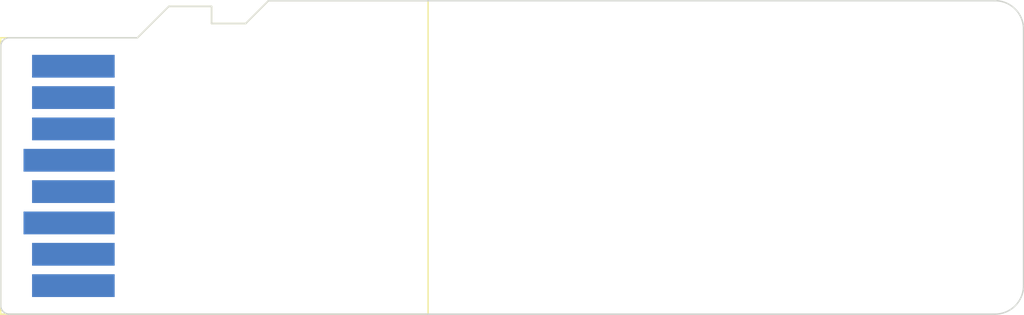
<source format=kicad_pcb>
(kicad_pcb (version 20171130) (host pcbnew 5.1.9)

  (general
    (thickness 0.8)
    (drawings 16)
    (tracks 0)
    (zones 0)
    (modules 1)
    (nets 9)
  )

  (page A4)
  (layers
    (0 F.Cu signal)
    (31 B.Cu signal)
    (32 B.Adhes user)
    (33 F.Adhes user)
    (34 B.Paste user)
    (35 F.Paste user)
    (36 B.SilkS user)
    (37 F.SilkS user)
    (38 B.Mask user)
    (39 F.Mask user)
    (40 Dwgs.User user)
    (41 Cmts.User user)
    (42 Eco1.User user)
    (43 Eco2.User user)
    (44 Edge.Cuts user)
    (45 Margin user)
    (46 B.CrtYd user)
    (47 F.CrtYd user)
    (48 B.Fab user)
    (49 F.Fab user)
  )

  (setup
    (last_trace_width 0.25)
    (trace_clearance 0.2)
    (zone_clearance 0.508)
    (zone_45_only no)
    (trace_min 0.2)
    (via_size 0.8)
    (via_drill 0.4)
    (via_min_size 0.4)
    (via_min_drill 0.3)
    (uvia_size 0.3)
    (uvia_drill 0.1)
    (uvias_allowed no)
    (uvia_min_size 0.2)
    (uvia_min_drill 0.1)
    (edge_width 0.05)
    (segment_width 0.2)
    (pcb_text_width 0.3)
    (pcb_text_size 1.5 1.5)
    (mod_edge_width 0.12)
    (mod_text_size 1 1)
    (mod_text_width 0.15)
    (pad_size 1.524 1.524)
    (pad_drill 0.762)
    (pad_to_mask_clearance 0)
    (aux_axis_origin 0 0)
    (visible_elements FFFFFF7F)
    (pcbplotparams
      (layerselection 0x010fc_ffffffff)
      (usegerberextensions false)
      (usegerberattributes true)
      (usegerberadvancedattributes true)
      (creategerberjobfile true)
      (excludeedgelayer true)
      (linewidth 0.100000)
      (plotframeref false)
      (viasonmask false)
      (mode 1)
      (useauxorigin false)
      (hpglpennumber 1)
      (hpglpenspeed 20)
      (hpglpendiameter 15.000000)
      (psnegative false)
      (psa4output false)
      (plotreference true)
      (plotvalue true)
      (plotinvisibletext false)
      (padsonsilk false)
      (subtractmaskfromsilk false)
      (outputformat 1)
      (mirror false)
      (drillshape 1)
      (scaleselection 1)
      (outputdirectory ""))
  )

  (net 0 "")
  (net 1 "Net-(X1-Pad8)")
  (net 2 "Net-(X1-Pad7)")
  (net 3 "Net-(X1-Pad6)")
  (net 4 "Net-(X1-Pad5)")
  (net 5 "Net-(X1-Pad4)")
  (net 6 "Net-(X1-Pad3)")
  (net 7 "Net-(X1-Pad2)")
  (net 8 "Net-(X1-Pad1)")

  (net_class Default "This is the default net class."
    (clearance 0.2)
    (trace_width 0.25)
    (via_dia 0.8)
    (via_drill 0.4)
    (uvia_dia 0.3)
    (uvia_drill 0.1)
    (add_net "Net-(X1-Pad1)")
    (add_net "Net-(X1-Pad2)")
    (add_net "Net-(X1-Pad3)")
    (add_net "Net-(X1-Pad4)")
    (add_net "Net-(X1-Pad5)")
    (add_net "Net-(X1-Pad6)")
    (add_net "Net-(X1-Pad7)")
    (add_net "Net-(X1-Pad8)")
  )

  (module misc:microSD_Card (layer F.Cu) (tedit 6029808F) (tstamp 6029DE93)
    (at 125.6 87.3)
    (descr microSD_Card)
    (path /60297D4B)
    (fp_text reference X1 (at -6.7 6) (layer F.SilkS) hide
      (effects (font (size 1 1) (thickness 0.15)))
    )
    (fp_text value microSD_Card (at 0.1 6.1) (layer F.Fab) hide
      (effects (font (size 1 1) (thickness 0.15)))
    )
    (fp_line (start 7.5 4.9) (end -7.5 4.9) (layer F.SilkS) (width 0.05))
    (fp_line (start 7.5 -6.1) (end 7.5 4.9) (layer F.SilkS) (width 0.05))
    (fp_line (start -2.7 -4.8) (end -7.5 -4.8) (layer F.SilkS) (width 0.05))
    (fp_line (start -7.5 -4.8) (end -7.5 4.9) (layer F.SilkS) (width 0.05))
    (fp_line (start 1.1 -5.3) (end -0.1 -5.3) (layer F.SilkS) (width 0.05))
    (fp_line (start -0.1 -5.9) (end -1.6 -5.9) (layer F.SilkS) (width 0.05))
    (fp_line (start -2.7 -4.8) (end -1.6 -5.9) (layer F.SilkS) (width 0.05))
    (fp_line (start 1.1 -5.3) (end 1.9 -6.1) (layer F.SilkS) (width 0.05))
    (fp_line (start 1.9 -6.1) (end 7.5 -6.1) (layer F.SilkS) (width 0.05))
    (fp_line (start -0.1 -5.9) (end -0.1 -5.3) (layer F.SilkS) (width 0.05))
    (pad 8 smd rect (at -4.95 3.9 270) (size 0.8 2.9) (layers B.Cu B.Paste B.Mask)
      (net 1 "Net-(X1-Pad8)"))
    (pad 7 smd rect (at -4.95 2.8 270) (size 0.8 2.9) (layers B.Cu B.Paste B.Mask)
      (net 2 "Net-(X1-Pad7)"))
    (pad 6 smd rect (at -5.1 1.7 270) (size 0.8 3.2) (layers B.Cu B.Paste B.Mask)
      (net 3 "Net-(X1-Pad6)"))
    (pad 5 smd rect (at -4.95 0.6 270) (size 0.8 2.9) (layers B.Cu B.Paste B.Mask)
      (net 4 "Net-(X1-Pad5)"))
    (pad 4 smd rect (at -5.1 -0.5 270) (size 0.8 3.2) (layers B.Cu B.Paste B.Mask)
      (net 5 "Net-(X1-Pad4)"))
    (pad 3 smd rect (at -4.95 -1.6 270) (size 0.8 2.9) (layers B.Cu B.Paste B.Mask)
      (net 6 "Net-(X1-Pad3)"))
    (pad 2 smd rect (at -4.95 -2.7 270) (size 0.8 2.9) (layers B.Cu B.Paste B.Mask)
      (net 7 "Net-(X1-Pad2)"))
    (pad 1 smd rect (at -4.95 -3.8 270) (size 0.8 2.9) (layers B.Cu B.Paste B.Mask)
      (net 8 "Net-(X1-Pad1)"))
  )

  (gr_arc (start 153 91.2) (end 153 92.2) (angle -90) (layer Edge.Cuts) (width 0.05))
  (gr_arc (start 153 82.2) (end 154 82.2) (angle -90) (layer Edge.Cuts) (width 0.05))
  (gr_line (start 153 92.2) (end 133.1 92.2) (layer Edge.Cuts) (width 0.05) (tstamp 603253B5))
  (gr_line (start 154 82.2) (end 154 91.2) (layer Edge.Cuts) (width 0.05))
  (gr_line (start 133.1 81.2) (end 153 81.2) (layer Edge.Cuts) (width 0.05))
  (gr_arc (start 118.4 91.9) (end 118.1 91.9) (angle -90) (layer Edge.Cuts) (width 0.05))
  (gr_arc (start 118.4 82.8) (end 118.4 82.5) (angle -90) (layer Edge.Cuts) (width 0.05))
  (gr_line (start 133.1 92.2) (end 118.4 92.2) (layer Edge.Cuts) (width 0.05) (tstamp 6029DEA9))
  (gr_line (start 127.5 81.2) (end 133.1 81.2) (layer Edge.Cuts) (width 0.05))
  (gr_line (start 126.7 82) (end 127.5 81.2) (layer Edge.Cuts) (width 0.05))
  (gr_line (start 125.5 82) (end 126.7 82) (layer Edge.Cuts) (width 0.05))
  (gr_line (start 125.5 81.4) (end 125.5 82) (layer Edge.Cuts) (width 0.05))
  (gr_line (start 124 81.4) (end 125.5 81.4) (layer Edge.Cuts) (width 0.05))
  (gr_line (start 122.9 82.5) (end 124 81.4) (layer Edge.Cuts) (width 0.05))
  (gr_line (start 118.4 82.5) (end 122.9 82.5) (layer Edge.Cuts) (width 0.05))
  (gr_line (start 118.1 91.9) (end 118.1 82.8) (layer Edge.Cuts) (width 0.05))

)

</source>
